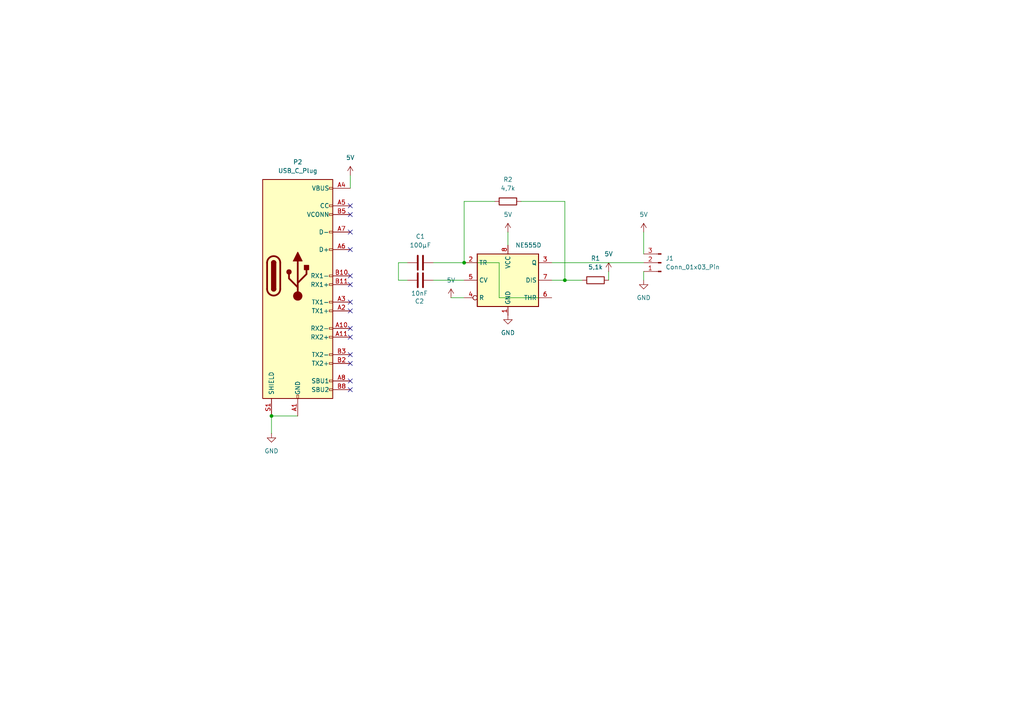
<source format=kicad_sch>
(kicad_sch (version 20250114) (generator "eeschema") (generator_version "9.0")
  (paper "A4")
  (lib_symbols
    (symbol "Connector:Conn_01x03_Pin" (pin_names (offset 1.016) (hide yes))
      (property "Reference" "J" (at 0 5.08 0))
      (property "Value" "Conn_01x03_Pin" (at 0 -5.08 0))
      (symbol "Conn_01x03_Pin_1_1"
        (rectangle (start 0.8636 2.667) (end 0 2.413) (stroke (width 0.1524)) (fill (type outline)))
        (rectangle (start 0.8636 0.127) (end 0 -0.127) (stroke (width 0.1524)) (fill (type outline)))
        (rectangle (start 0.8636 -2.413) (end 0 -2.667) (stroke (width 0.1524)) (fill (type outline)))
        (polyline (pts (xy 1.27 2.54) (xy 0.8636 2.54)) (stroke (width 0.1524)))
        (polyline (pts (xy 1.27 0) (xy 0.8636 0)) (stroke (width 0.1524)))
        (polyline (pts (xy 1.27 -2.54) (xy 0.8636 -2.54)) (stroke (width 0.1524)))
        (pin passive line (at 5.08 2.54 180) (length 3.81) (name "Pin_1") (number "1"))
        (pin passive line (at 5.08 0 180) (length 3.81) (name "Pin_2") (number "2"))
        (pin passive line (at 5.08 -2.54 180) (length 3.81) (name "Pin_3") (number "3"))
      )
    )
    (symbol "Connector:USB_C_Plug" (pin_names (offset 1.016))
      (property "Reference" "P" (at -10.16 29.21 0))
      (property "Value" "USB_C_Plug" (at 10.16 29.21 0))
      (symbol "USB_C_Plug_0_0"
        (rectangle (start -0.254 -35.56) (end 0.254 -34.544))
        (rectangle (start 10.16 25.654) (end 9.144 25.146))
        (rectangle (start 10.16 20.574) (end 9.144 20.066))
        (rectangle (start 10.16 18.034) (end 9.144 17.526))
        (rectangle (start 10.16 12.954) (end 9.144 12.446))
        (rectangle (start 10.16 7.874) (end 9.144 7.366))
        (rectangle (start 10.16 0.254) (end 9.144 -0.254))
        (rectangle (start 10.16 -2.286) (end 9.144 -2.794))
        (rectangle (start 10.16 -7.366) (end 9.144 -7.874))
        (rectangle (start 10.16 -9.906) (end 9.144 -10.414))
        (rectangle (start 10.16 -14.986) (end 9.144 -15.494))
        (rectangle (start 10.16 -17.526) (end 9.144 -18.034))
        (rectangle (start 10.16 -22.606) (end 9.144 -23.114))
        (rectangle (start 10.16 -25.146) (end 9.144 -25.654))
        (rectangle (start 10.16 -30.226) (end 9.144 -30.734))
        (rectangle (start 10.16 -32.766) (end 9.144 -33.274))
      )
      (symbol "USB_C_Plug_0_1"
        (rectangle (start -10.16 27.94) (end 10.16 -35.56) (stroke (width 0.254)) (fill (type background)))
        (polyline (pts (xy -8.89 -3.81) (xy -8.89 3.81)) (stroke (width 0.508)))
        (rectangle (start -7.62 -3.81) (end -6.35 3.81) (stroke (width 0.254)) (fill (type outline)))
        (arc (start -7.62 3.81) (mid -6.985 4.4423) (end -6.35 3.81) (stroke (width 0.254)))
        (arc (start -7.62 3.81) (mid -6.985 4.4423) (end -6.35 3.81) (stroke (width 0.254)) (fill (type outline)))
        (arc (start -8.89 3.81) (mid -6.985 5.7067) (end -5.08 3.81) (stroke (width 0.508)))
        (arc (start -5.08 -3.81) (mid -6.985 -5.7067) (end -8.89 -3.81) (stroke (width 0.508)))
        (arc (start -6.35 -3.81) (mid -6.985 -4.4423) (end -7.62 -3.81) (stroke (width 0.254)))
        (arc (start -6.35 -3.81) (mid -6.985 -4.4423) (end -7.62 -3.81) (stroke (width 0.254)) (fill (type outline)))
        (polyline (pts (xy -5.08 3.81) (xy -5.08 -3.81)) (stroke (width 0.508)))
      )
      (symbol "USB_C_Plug_1_1"
        (circle (center -2.54 1.143) (radius 0.635) (stroke (width 0.254)) (fill (type outline)))
        (polyline (pts (xy -1.27 4.318) (xy 0 6.858) (xy 1.27 4.318) (xy -1.27 4.318)) (stroke (width 0.254)) (fill (type outline)))
        (polyline (pts (xy 0 -2.032) (xy 2.54 0.508) (xy 2.54 1.778)) (stroke (width 0.508)))
        (polyline (pts (xy 0 -3.302) (xy -2.54 -0.762) (xy -2.54 0.508)) (stroke (width 0.508)))
        (polyline (pts (xy 0 -5.842) (xy 0 4.318)) (stroke (width 0.508)))
        (circle (center 0 -5.842) (radius 1.27) (fill (type outline)))
        (rectangle (start 1.905 1.778) (end 3.175 3.048) (stroke (width 0.254)) (fill (type outline)))
        (pin passive line (at -7.62 -40.64 90) (length 5.08) (name "SHIELD") (number "S1"))
        (pin passive line (at 0 -40.64 90) (length 5.08) (name "GND") (number "A1"))
        (pin passive line (at 0 -40.64 90) (length 5.08) (hide yes) (name "GND") (number "A12"))
        (pin passive line (at 0 -40.64 90) (length 5.08) (hide yes) (name "GND") (number "B1"))
        (pin passive line (at 0 -40.64 90) (length 5.08) (hide yes) (name "GND") (number "B12"))
        (pin passive line (at 15.24 25.4 180) (length 5.08) (name "VBUS") (number "A4"))
        (pin passive line (at 15.24 25.4 180) (length 5.08) (hide yes) (name "VBUS") (number "A9"))
        (pin passive line (at 15.24 25.4 180) (length 5.08) (hide yes) (name "VBUS") (number "B4"))
        (pin passive line (at 15.24 25.4 180) (length 5.08) (hide yes) (name "VBUS") (number "B9"))
        (pin bidirectional line (at 15.24 20.32 180) (length 5.08) (name "CC") (number "A5"))
        (pin bidirectional line (at 15.24 17.78 180) (length 5.08) (name "VCONN") (number "B5"))
        (pin bidirectional line (at 15.24 12.7 180) (length 5.08) (name "D-") (number "A7"))
        (pin bidirectional line (at 15.24 7.62 180) (length 5.08) (name "D+") (number "A6"))
        (pin bidirectional line (at 15.24 0 180) (length 5.08) (name "RX1-") (number "B10"))
        (pin bidirectional line (at 15.24 -2.54 180) (length 5.08) (name "RX1+") (number "B11"))
        (pin bidirectional line (at 15.24 -7.62 180) (length 5.08) (name "TX1-") (number "A3"))
        (pin bidirectional line (at 15.24 -10.16 180) (length 5.08) (name "TX1+") (number "A2"))
        (pin bidirectional line (at 15.24 -15.24 180) (length 5.08) (name "RX2-") (number "A10"))
        (pin bidirectional line (at 15.24 -17.78 180) (length 5.08) (name "RX2+") (number "A11"))
        (pin bidirectional line (at 15.24 -22.86 180) (length 5.08) (name "TX2-") (number "B3"))
        (pin bidirectional line (at 15.24 -25.4 180) (length 5.08) (name "TX2+") (number "B2"))
        (pin bidirectional line (at 15.24 -30.48 180) (length 5.08) (name "SBU1") (number "A8"))
        (pin bidirectional line (at 15.24 -33.02 180) (length 5.08) (name "SBU2") (number "B8"))
      )
    )
    (symbol "Device:C" (pin_numbers (hide yes)) (pin_names (offset 0.254))
      (property "Reference" "C" (at 0.635 2.54 0))
      (property "Value" "C" (at 0.635 -2.54 0))
      (symbol "C_0_1"
        (polyline (pts (xy -2.032 0.762) (xy 2.032 0.762)) (stroke (width 0.508)))
        (polyline (pts (xy -2.032 -0.762) (xy 2.032 -0.762)) (stroke (width 0.508)))
      )
      (symbol "C_1_1"
        (pin passive line (at 0 3.81 270) (length 2.794) (name "~") (number "1"))
        (pin passive line (at 0 -3.81 90) (length 2.794) (name "~") (number "2"))
      )
    )
    (symbol "Device:R" (pin_numbers (hide yes)) (pin_names (offset 0))
      (property "Reference" "R" (at 2.032 0 90))
      (property "Value" "R" (at 0 0 90))
      (symbol "R_0_1"
        (rectangle (start -1.016 -2.54) (end 1.016 2.54) (stroke (width 0.254)))
      )
      (symbol "R_1_1"
        (pin passive line (at 0 3.81 270) (length 1.27) (name "~") (number "1"))
        (pin passive line (at 0 -3.81 90) (length 1.27) (name "~") (number "2"))
      )
    )
    (symbol "Timer:NE555D"
      (property "Reference" "U" (at -10.16 8.89 0))
      (property "Value" "NE555D" (at 2.54 8.89 0))
      (symbol "NE555D_0_0"
        (pin power_in line (at 0 10.16 270) (length 2.54) (name "VCC") (number "8"))
        (pin power_in line (at 0 -10.16 90) (length 2.54) (name "GND") (number "1"))
      )
      (symbol "NE555D_0_1"
        (rectangle (start -8.89 -7.62) (end 8.89 7.62) (stroke (width 0.254)) (fill (type background)))
        (rectangle (start -8.89 -7.62) (end 8.89 7.62) (stroke (width 0.254)) (fill (type background)))
      )
      (symbol "NE555D_1_1"
        (pin input line (at -12.7 5.08 0) (length 3.81) (name "TR") (number "2"))
        (pin input line (at -12.7 0 0) (length 3.81) (name "CV") (number "5"))
        (pin input inverted (at -12.7 -5.08 0) (length 3.81) (name "R") (number "4"))
        (pin output line (at 12.7 5.08 180) (length 3.81) (name "Q") (number "3"))
        (pin input line (at 12.7 0 180) (length 3.81) (name "DIS") (number "7"))
        (pin input line (at 12.7 -5.08 180) (length 3.81) (name "THR") (number "6"))
      )
    )
    (symbol "power:GND" (power) (pin_numbers (hide yes)) (pin_names (offset 0) (hide yes))
      (property "Value" "GND" (at 0 -3.81 0))
      (symbol "GND_0_1"
        (polyline (pts (xy 0 0) (xy 0 -1.27) (xy 1.27 -1.27) (xy 0 -2.54) (xy -1.27 -1.27) (xy 0 -1.27)))
      )
      (symbol "GND_1_1"
        (pin power_in line (at 0 0 270) (length 0) (name "~") (number "1"))
      )
    )
    (symbol "power:VCC" (power) (pin_numbers (hide yes)) (pin_names (offset 0) (hide yes))
      (property "Value" "VCC" (at 0 3.556 0))
      (symbol "VCC_0_1"
        (polyline (pts (xy -0.762 1.27) (xy 0 2.54)))
        (polyline (pts (xy 0 2.54) (xy 0.762 1.27)))
        (polyline (pts (xy 0 0) (xy 0 2.54)))
      )
      (symbol "VCC_1_1"
        (pin power_in line (at 0 0 90) (length 0) (name "~") (number "1"))
      )
    )
  )
  (junction (at 134.62 76.2))
  (junction (at 78.74 120.65))
  (junction (at 163.83 81.28))
  (no_connect (at 101.6 113.03))
  (no_connect (at 101.6 110.49))
  (no_connect (at 101.6 90.17))
  (no_connect (at 101.6 95.25))
  (no_connect (at 101.6 62.23))
  (no_connect (at 101.6 72.39))
  (no_connect (at 101.6 102.87))
  (no_connect (at 101.6 97.79))
  (no_connect (at 101.6 80.01))
  (no_connect (at 101.6 67.31))
  (no_connect (at 101.6 87.63))
  (no_connect (at 101.6 82.55))
  (no_connect (at 101.6 105.41))
  (no_connect (at 101.6 59.69))
  (wire (pts (xy 163.83 58.42) (xy 163.83 81.28)))
  (wire (pts (xy 125.73 76.2) (xy 134.62 76.2)))
  (wire (pts (xy 134.62 58.42) (xy 134.62 76.2)))
  (wire (pts (xy 160.02 86.36) (xy 144.78 86.36)))
  (wire (pts (xy 186.69 76.2) (xy 160.02 76.2)))
  (wire (pts (xy 130.81 86.36) (xy 134.62 86.36)))
  (wire (pts (xy 134.62 76.2) (xy 144.78 76.2)))
  (wire (pts (xy 143.51 58.42) (xy 134.62 58.42)))
  (wire (pts (xy 160.02 81.28) (xy 163.83 81.28)))
  (wire (pts (xy 118.11 81.28) (xy 115.57 81.28)))
  (wire (pts (xy 125.73 81.28) (xy 134.62 81.28)))
  (wire (pts (xy 101.6 50.8) (xy 101.6 54.61)))
  (wire (pts (xy 115.57 81.28) (xy 115.57 76.2)))
  (wire (pts (xy 186.69 67.31) (xy 186.69 73.66)))
  (wire (pts (xy 163.83 81.28) (xy 168.91 81.28)))
  (wire (pts (xy 78.74 120.65) (xy 86.36 120.65)))
  (wire (pts (xy 144.78 86.36) (xy 144.78 76.2)))
  (wire (pts (xy 115.57 76.2) (xy 118.11 76.2)))
  (wire (pts (xy 176.53 78.74) (xy 176.53 81.28)))
  (wire (pts (xy 186.69 78.74) (xy 186.69 81.28)))
  (wire (pts (xy 78.74 120.65) (xy 78.74 125.73)))
  (wire (pts (xy 147.32 67.31) (xy 147.32 71.12)))
  (wire (pts (xy 151.13 58.42) (xy 163.83 58.42)))
  (symbol (lib_id "power:VCC") (at 176.53 78.74 0) (unit 1)
    (property "Reference" "#PWR04" (effects (hide yes)))
    (property "Value" "5V" (at 176.53 73.66 0))
    (property "Description" "Power symbol creates a global label with name \"VCC\"" (effects (hide yes)))
  )
  (symbol (lib_id "Device:C") (at 121.92 76.2 90) (unit 1)
    (property "Reference" "C1" (at 121.92 68.58 90))
    (property "Value" "100µF" (at 121.92 71.12 90))
    (property "Footprint" "Capacitor_SMD:C_0402_1005Metric" (effects (hide yes)))
    (property "Description" "Unpolarized capacitor" (effects (hide yes)))
  )
  (symbol (lib_id "power:GND") (at 186.69 81.28 0) (unit 1)
    (property "Reference" "#PWR0101" (effects (hide yes)))
    (property "Value" "GND" (at 186.69 86.36 0))
    (property "Description" "Power symbol creates a global label with name \"GND\" , ground" (effects (hide yes)))
  )
  (symbol (lib_id "power:VCC") (at 101.6 50.8 0) (unit 1)
    (property "Reference" "#PWR01" (effects (hide yes)))
    (property "Value" "5V" (at 101.6 45.72 0))
    (property "Description" "Power symbol creates a global label with name \"VCC\"" (effects (hide yes)))
  )
  (symbol (lib_id "Device:R") (at 147.32 58.42 90) (unit 1)
    (property "Reference" "R2" (at 147.32 52.07 90))
    (property "Value" "4,7k" (at 147.32 54.61 90))
    (property "Footprint" "Capacitor_SMD:C_0402_1005Metric" (effects (hide yes)))
    (property "Description" "Resistor" (effects (hide yes)))
  )
  (symbol (lib_id "power:VCC") (at 147.32 67.31 0) (unit 1)
    (property "Reference" "#PWR02" (effects (hide yes)))
    (property "Value" "5V" (at 147.32 62.23 0))
    (property "Description" "Power symbol creates a global label with name \"VCC\"" (effects (hide yes)))
  )
  (symbol (lib_id "Connector:USB_C_Plug") (at 86.36 80.01 0) (unit 1)
    (property "Reference" "P2" (at 86.36 46.99 0))
    (property "Value" "USB_C_Plug" (at 86.36 49.53 0))
    (property "Footprint" "Connector_USB:USB_C_Plug_ShenzhenJingTuoJin_918-118A2021Y40002_Vertical" (effects (hide yes)))
    (property "Datasheet" "https://www.usb.org/sites/default/files/documents/usb_type-c.zip" (effects (hide yes)))
    (property "Description" "USB Type-C Plug connector" (effects (hide yes)))
  )
  (symbol (lib_id "Connector:Conn_01x03_Pin") (at 191.77 76.2 180) (unit 1)
    (property "Reference" "J1" (at 193.04 74.9299 0) (effects (justify right)))
    (property "Value" "Conn_01x03_Pin" (at 193.04 77.4699 0) (effects (justify right)))
    (property "Footprint" "Connector_PinHeader_1.00mm:PinHeader_1x03_P1.00mm_Vertical" (effects (hide yes)))
    (property "Description" "Generic connector, single row, 01x03, script generated" (effects (hide yes)))
  )
  (symbol (lib_id "Device:C") (at 121.92 81.28 90) (unit 1)
    (property "Reference" "C2" (at 121.666 87.376 90))
    (property "Value" "10nF" (at 121.666 85.09 90))
    (property "Footprint" "Capacitor_SMD:C_0402_1005Metric" (effects (hide yes)))
    (property "Description" "Unpolarized capacitor" (effects (hide yes)))
  )
  (symbol (lib_id "Timer:NE555D") (at 147.32 81.28 0) (unit 1)
    (property "Reference" "U1" (effects (hide yes)))
    (property "Value" "NE555D" (at 149.4633 71.12 0) (effects (justify left)))
    (property "Footprint" "Package_SO:SOIC-8_3.9x4.9mm_P1.27mm" (effects (hide yes)))
    (property "Datasheet" "http://www.ti.com/lit/ds/symlink/ne555.pdf" (effects (hide yes)))
    (property "Description" "Precision Timers, 555 compatible, SOIC-8" (effects (hide yes)))
  )
  (symbol (lib_id "power:GND") (at 78.74 125.73 0) (unit 1)
    (property "Reference" "#PWR06" (effects (hide yes)))
    (property "Value" "GND" (at 78.74 130.81 0))
    (property "Description" "Power symbol creates a global label with name \"GND\" , ground" (effects (hide yes)))
  )
  (symbol (lib_id "Device:R") (at 172.72 81.28 90) (unit 1)
    (property "Reference" "R1" (at 172.72 74.93 90))
    (property "Value" "5,1k" (at 172.72 77.47 90))
    (property "Footprint" "Capacitor_SMD:C_0402_1005Metric" (effects (hide yes)))
    (property "Description" "Resistor" (effects (hide yes)))
  )
  (symbol (lib_id "power:GND") (at 147.32 91.44 0) (unit 1)
    (property "Reference" "#PWR03" (effects (hide yes)))
    (property "Value" "GND" (at 147.32 96.52 0))
    (property "Description" "Power symbol creates a global label with name \"GND\" , ground" (effects (hide yes)))
  )
  (symbol (lib_id "power:VCC") (at 186.69 67.31 0) (unit 1)
    (property "Reference" "#PWR0103" (effects (hide yes)))
    (property "Value" "5V" (at 186.69 62.23 0))
    (property "Description" "Power symbol creates a global label with name \"VCC\"" (effects (hide yes)))
  )
  (symbol (lib_id "power:VCC") (at 130.81 86.36 0) (unit 1)
    (property "Reference" "#PWR05" (effects (hide yes)))
    (property "Value" "5V" (at 130.81 81.28 0))
    (property "Description" "Power symbol creates a global label with name \"VCC\"" (effects (hide yes)))
  )
)
</source>
